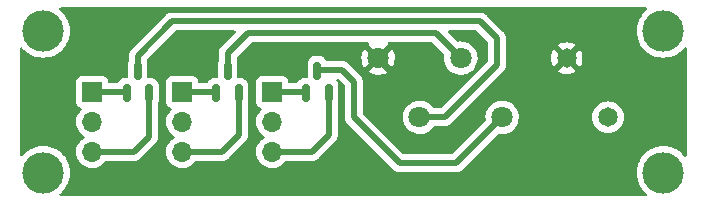
<source format=gbr>
%TF.GenerationSoftware,KiCad,Pcbnew,(6.0.8-1)-1*%
%TF.CreationDate,2024-02-23T21:37:44-06:00*%
%TF.ProjectId,RGB LED Interface,52474220-4c45-4442-9049-6e7465726661,rev?*%
%TF.SameCoordinates,Original*%
%TF.FileFunction,Copper,L1,Top*%
%TF.FilePolarity,Positive*%
%FSLAX46Y46*%
G04 Gerber Fmt 4.6, Leading zero omitted, Abs format (unit mm)*
G04 Created by KiCad (PCBNEW (6.0.8-1)-1) date 2024-02-23 21:37:44*
%MOMM*%
%LPD*%
G01*
G04 APERTURE LIST*
G04 Aperture macros list*
%AMRoundRect*
0 Rectangle with rounded corners*
0 $1 Rounding radius*
0 $2 $3 $4 $5 $6 $7 $8 $9 X,Y pos of 4 corners*
0 Add a 4 corners polygon primitive as box body*
4,1,4,$2,$3,$4,$5,$6,$7,$8,$9,$2,$3,0*
0 Add four circle primitives for the rounded corners*
1,1,$1+$1,$2,$3*
1,1,$1+$1,$4,$5*
1,1,$1+$1,$6,$7*
1,1,$1+$1,$8,$9*
0 Add four rect primitives between the rounded corners*
20,1,$1+$1,$2,$3,$4,$5,0*
20,1,$1+$1,$4,$5,$6,$7,0*
20,1,$1+$1,$6,$7,$8,$9,0*
20,1,$1+$1,$8,$9,$2,$3,0*%
G04 Aperture macros list end*
%TA.AperFunction,ComponentPad*%
%ADD10C,1.800000*%
%TD*%
%TA.AperFunction,ComponentPad*%
%ADD11C,3.500000*%
%TD*%
%TA.AperFunction,ComponentPad*%
%ADD12R,1.700000X1.700000*%
%TD*%
%TA.AperFunction,ComponentPad*%
%ADD13O,1.700000X1.700000*%
%TD*%
%TA.AperFunction,ComponentPad*%
%ADD14C,1.650000*%
%TD*%
%TA.AperFunction,SMDPad,CuDef*%
%ADD15RoundRect,0.150000X0.150000X-0.587500X0.150000X0.587500X-0.150000X0.587500X-0.150000X-0.587500X0*%
%TD*%
%TA.AperFunction,Conductor*%
%ADD16C,0.500000*%
%TD*%
G04 APERTURE END LIST*
D10*
%TO.P,X1,1,A*%
%TO.N,+BATT*%
X128350000Y-70805000D03*
%TO.P,X1,2,B*%
%TO.N,/RED_LED_A*%
X131850000Y-75805000D03*
%TO.P,X1,3,C*%
%TO.N,/GREEN_LED_A*%
X135350000Y-70805000D03*
%TO.P,X1,4,D*%
%TO.N,/BLUE_LED_A*%
X138850000Y-75805000D03*
%TD*%
D11*
%TO.P,H3,1,1*%
%TO.N,unconnected-(H3-Pad1)*%
X152500000Y-80500000D03*
%TD*%
D12*
%TO.P,J1,1,Pin_1*%
%TO.N,/RED*%
X104140000Y-73660000D03*
D13*
%TO.P,J1,2,Pin_2*%
%TO.N,unconnected-(J1-Pad2)*%
X104140000Y-76200000D03*
%TO.P,J1,3,Pin_3*%
%TO.N,GND*%
X104140000Y-78740000D03*
%TD*%
D12*
%TO.P,J2,1,Pin_1*%
%TO.N,/GREEN*%
X111760000Y-73660000D03*
D13*
%TO.P,J2,2,Pin_2*%
%TO.N,unconnected-(J2-Pad2)*%
X111760000Y-76200000D03*
%TO.P,J2,3,Pin_3*%
%TO.N,GND*%
X111760000Y-78740000D03*
%TD*%
D12*
%TO.P,J3,1,Pin_1*%
%TO.N,/BLUE*%
X119380000Y-73660000D03*
D13*
%TO.P,J3,2,Pin_2*%
%TO.N,unconnected-(J3-Pad2)*%
X119380000Y-76200000D03*
%TO.P,J3,3,Pin_3*%
%TO.N,GND*%
X119380000Y-78740000D03*
%TD*%
D14*
%TO.P,J4,1,1*%
%TO.N,+BATT*%
X144313000Y-70800000D03*
%TO.P,J4,2,2*%
%TO.N,GND*%
X147813000Y-75800000D03*
%TD*%
D11*
%TO.P,H4,1,1*%
%TO.N,unconnected-(H4-Pad1)*%
X152500000Y-68500000D03*
%TD*%
D15*
%TO.P,Q3,1,G*%
%TO.N,/BLUE*%
X122250000Y-73737500D03*
%TO.P,Q3,2,S*%
%TO.N,GND*%
X124150000Y-73737500D03*
%TO.P,Q3,3,D*%
%TO.N,/BLUE_LED_A*%
X123200000Y-71862500D03*
%TD*%
D11*
%TO.P,H1,1,1*%
%TO.N,unconnected-(H1-Pad1)*%
X100000000Y-68500000D03*
%TD*%
D15*
%TO.P,Q2,1,G*%
%TO.N,/GREEN*%
X114650000Y-73737500D03*
%TO.P,Q2,2,S*%
%TO.N,GND*%
X116550000Y-73737500D03*
%TO.P,Q2,3,D*%
%TO.N,/GREEN_LED_A*%
X115600000Y-71862500D03*
%TD*%
D11*
%TO.P,H2,1,1*%
%TO.N,unconnected-(H2-Pad1)*%
X100000000Y-80500000D03*
%TD*%
D15*
%TO.P,Q1,1,G*%
%TO.N,/RED*%
X107050000Y-73737500D03*
%TO.P,Q1,2,S*%
%TO.N,GND*%
X108950000Y-73737500D03*
%TO.P,Q1,3,D*%
%TO.N,/RED_LED_A*%
X108000000Y-71862500D03*
%TD*%
D16*
%TO.N,/RED*%
X104140000Y-73660000D02*
X106972500Y-73660000D01*
X106972500Y-73660000D02*
X107050000Y-73737500D01*
%TO.N,GND*%
X124150000Y-73737500D02*
X124150000Y-77350000D01*
X115160000Y-78740000D02*
X111760000Y-78740000D01*
X116550000Y-77350000D02*
X115160000Y-78740000D01*
X108950000Y-77450000D02*
X107660000Y-78740000D01*
X124150000Y-77350000D02*
X122760000Y-78740000D01*
X122760000Y-78740000D02*
X119380000Y-78740000D01*
X107660000Y-78740000D02*
X104140000Y-78740000D01*
X108950000Y-73737500D02*
X108950000Y-77450000D01*
X116550000Y-73737500D02*
X116550000Y-77350000D01*
%TO.N,/GREEN*%
X111760000Y-73660000D02*
X114572500Y-73660000D01*
X114572500Y-73660000D02*
X114650000Y-73737500D01*
%TO.N,/BLUE*%
X119380000Y-73660000D02*
X122172500Y-73660000D01*
X122172500Y-73660000D02*
X122250000Y-73737500D01*
%TO.N,/RED_LED_A*%
X138400000Y-69100000D02*
X137000000Y-67700000D01*
X131850000Y-75805000D02*
X133995000Y-75805000D01*
X133995000Y-75805000D02*
X138400000Y-71400000D01*
X108000000Y-70600000D02*
X108000000Y-71862500D01*
X137000000Y-67700000D02*
X110900000Y-67700000D01*
X110900000Y-67700000D02*
X108000000Y-70600000D01*
X138400000Y-71400000D02*
X138400000Y-69100000D01*
%TO.N,/GREEN_LED_A*%
X133245000Y-68700000D02*
X117300000Y-68700000D01*
X115600000Y-70400000D02*
X115600000Y-71862500D01*
X135350000Y-70805000D02*
X133245000Y-68700000D01*
X117300000Y-68700000D02*
X115600000Y-70400000D01*
%TO.N,/BLUE_LED_A*%
X130200000Y-79700000D02*
X126300000Y-75800000D01*
X123262500Y-71800000D02*
X123200000Y-71862500D01*
X126300000Y-75800000D02*
X126300000Y-72800000D01*
X134955000Y-79700000D02*
X130200000Y-79700000D01*
X138850000Y-75805000D02*
X134955000Y-79700000D01*
X125300000Y-71800000D02*
X123262500Y-71800000D01*
X126300000Y-72800000D02*
X125300000Y-71800000D01*
%TD*%
%TA.AperFunction,Conductor*%
%TO.N,+BATT*%
G36*
X151078852Y-66528502D02*
G01*
X151125345Y-66582158D01*
X151135449Y-66652432D01*
X151105955Y-66717012D01*
X151093809Y-66729232D01*
X150899573Y-66899573D01*
X150896864Y-66902662D01*
X150707085Y-67119062D01*
X150707081Y-67119068D01*
X150704367Y-67122162D01*
X150702078Y-67125588D01*
X150702074Y-67125593D01*
X150649454Y-67204345D01*
X150539885Y-67368327D01*
X150408941Y-67633855D01*
X150313776Y-67914203D01*
X150256017Y-68204574D01*
X150236654Y-68500000D01*
X150236924Y-68504119D01*
X150255144Y-68782101D01*
X150256017Y-68795426D01*
X150256819Y-68799459D01*
X150256820Y-68799465D01*
X150312970Y-69081747D01*
X150313776Y-69085797D01*
X150315103Y-69089706D01*
X150315104Y-69089710D01*
X150338129Y-69157540D01*
X150408941Y-69366145D01*
X150455905Y-69461379D01*
X150536750Y-69625315D01*
X150539885Y-69631673D01*
X150556671Y-69656795D01*
X150695489Y-69864551D01*
X150704367Y-69877838D01*
X150707081Y-69880932D01*
X150707085Y-69880938D01*
X150864595Y-70060542D01*
X150899573Y-70100427D01*
X150902662Y-70103136D01*
X151119062Y-70292915D01*
X151119068Y-70292919D01*
X151122162Y-70295633D01*
X151125588Y-70297922D01*
X151125593Y-70297926D01*
X151227643Y-70366113D01*
X151368327Y-70460115D01*
X151372026Y-70461939D01*
X151372031Y-70461942D01*
X151471947Y-70511215D01*
X151633855Y-70591059D01*
X151637760Y-70592384D01*
X151637761Y-70592385D01*
X151910290Y-70684896D01*
X151910294Y-70684897D01*
X151914203Y-70686224D01*
X151918247Y-70687028D01*
X151918253Y-70687030D01*
X152200535Y-70743180D01*
X152200541Y-70743181D01*
X152204574Y-70743983D01*
X152208679Y-70744252D01*
X152208686Y-70744253D01*
X152495881Y-70763076D01*
X152500000Y-70763346D01*
X152504119Y-70763076D01*
X152791314Y-70744253D01*
X152791321Y-70744252D01*
X152795426Y-70743983D01*
X152799459Y-70743181D01*
X152799465Y-70743180D01*
X153081747Y-70687030D01*
X153081753Y-70687028D01*
X153085797Y-70686224D01*
X153089706Y-70684897D01*
X153089710Y-70684896D01*
X153362239Y-70592385D01*
X153362240Y-70592384D01*
X153366145Y-70591059D01*
X153528053Y-70511215D01*
X153627969Y-70461942D01*
X153627974Y-70461939D01*
X153631673Y-70460115D01*
X153772357Y-70366113D01*
X153874407Y-70297926D01*
X153874412Y-70297922D01*
X153877838Y-70295633D01*
X153880932Y-70292919D01*
X153880938Y-70292915D01*
X154097338Y-70103136D01*
X154100427Y-70100427D01*
X154270768Y-69906191D01*
X154330722Y-69868164D01*
X154401717Y-69868586D01*
X154461214Y-69907325D01*
X154490322Y-69972080D01*
X154491500Y-69989269D01*
X154491500Y-79010731D01*
X154471498Y-79078852D01*
X154417842Y-79125345D01*
X154347568Y-79135449D01*
X154282988Y-79105955D01*
X154270768Y-79093809D01*
X154103136Y-78902662D01*
X154100427Y-78899573D01*
X154097338Y-78896864D01*
X153880938Y-78707085D01*
X153880932Y-78707081D01*
X153877838Y-78704367D01*
X153874412Y-78702078D01*
X153874407Y-78702074D01*
X153635106Y-78542179D01*
X153631673Y-78539885D01*
X153627974Y-78538061D01*
X153627969Y-78538058D01*
X153491687Y-78470852D01*
X153366145Y-78408941D01*
X153362239Y-78407615D01*
X153089710Y-78315104D01*
X153089706Y-78315103D01*
X153085797Y-78313776D01*
X153081753Y-78312972D01*
X153081747Y-78312970D01*
X152799465Y-78256820D01*
X152799459Y-78256819D01*
X152795426Y-78256017D01*
X152791321Y-78255748D01*
X152791314Y-78255747D01*
X152504119Y-78236924D01*
X152500000Y-78236654D01*
X152495881Y-78236924D01*
X152208686Y-78255747D01*
X152208679Y-78255748D01*
X152204574Y-78256017D01*
X152200541Y-78256819D01*
X152200535Y-78256820D01*
X151918253Y-78312970D01*
X151918247Y-78312972D01*
X151914203Y-78313776D01*
X151910294Y-78315103D01*
X151910290Y-78315104D01*
X151637761Y-78407615D01*
X151633855Y-78408941D01*
X151508313Y-78470852D01*
X151372031Y-78538058D01*
X151372026Y-78538061D01*
X151368327Y-78539885D01*
X151364894Y-78542179D01*
X151125593Y-78702074D01*
X151125588Y-78702078D01*
X151122162Y-78704367D01*
X151119068Y-78707081D01*
X151119062Y-78707085D01*
X150902662Y-78896864D01*
X150899573Y-78899573D01*
X150896864Y-78902662D01*
X150707085Y-79119062D01*
X150707081Y-79119068D01*
X150704367Y-79122162D01*
X150702078Y-79125588D01*
X150702074Y-79125593D01*
X150606653Y-79268402D01*
X150539885Y-79368327D01*
X150538061Y-79372026D01*
X150538058Y-79372031D01*
X150480445Y-79488860D01*
X150408941Y-79633855D01*
X150407616Y-79637760D01*
X150407615Y-79637761D01*
X150332433Y-79859242D01*
X150313776Y-79914203D01*
X150312972Y-79918247D01*
X150312970Y-79918253D01*
X150259133Y-80188911D01*
X150256017Y-80204574D01*
X150255748Y-80208679D01*
X150255747Y-80208686D01*
X150240378Y-80443182D01*
X150236654Y-80500000D01*
X150256017Y-80795426D01*
X150313776Y-81085797D01*
X150408941Y-81366145D01*
X150539885Y-81631673D01*
X150542179Y-81635106D01*
X150695489Y-81864551D01*
X150704367Y-81877838D01*
X150707081Y-81880932D01*
X150707085Y-81880938D01*
X150896864Y-82097338D01*
X150899573Y-82100427D01*
X150902662Y-82103136D01*
X151093809Y-82270768D01*
X151131836Y-82330722D01*
X151131414Y-82401717D01*
X151092675Y-82461214D01*
X151027920Y-82490322D01*
X151010731Y-82491500D01*
X101489269Y-82491500D01*
X101421148Y-82471498D01*
X101374655Y-82417842D01*
X101364551Y-82347568D01*
X101394045Y-82282988D01*
X101406191Y-82270768D01*
X101597338Y-82103136D01*
X101600427Y-82100427D01*
X101603136Y-82097338D01*
X101792915Y-81880938D01*
X101792919Y-81880932D01*
X101795633Y-81877838D01*
X101804512Y-81864551D01*
X101957821Y-81635106D01*
X101960115Y-81631673D01*
X102091059Y-81366145D01*
X102186224Y-81085797D01*
X102243983Y-80795426D01*
X102263346Y-80500000D01*
X102259622Y-80443182D01*
X102244253Y-80208686D01*
X102244252Y-80208679D01*
X102243983Y-80204574D01*
X102240868Y-80188911D01*
X102187030Y-79918253D01*
X102187028Y-79918247D01*
X102186224Y-79914203D01*
X102167568Y-79859242D01*
X102092385Y-79637761D01*
X102092384Y-79637760D01*
X102091059Y-79633855D01*
X102019555Y-79488860D01*
X101961942Y-79372031D01*
X101961939Y-79372026D01*
X101960115Y-79368327D01*
X101893347Y-79268402D01*
X101797926Y-79125593D01*
X101797922Y-79125588D01*
X101795633Y-79122162D01*
X101792919Y-79119068D01*
X101792915Y-79119062D01*
X101603136Y-78902662D01*
X101600427Y-78899573D01*
X101597338Y-78896864D01*
X101380938Y-78707085D01*
X101380932Y-78707081D01*
X101380492Y-78706695D01*
X102777251Y-78706695D01*
X102790110Y-78929715D01*
X102791247Y-78934761D01*
X102791248Y-78934767D01*
X102808368Y-79010731D01*
X102839222Y-79147639D01*
X102888752Y-79269617D01*
X102916876Y-79338878D01*
X102923266Y-79354616D01*
X102939808Y-79381610D01*
X103005895Y-79489454D01*
X103039987Y-79545088D01*
X103186250Y-79713938D01*
X103358126Y-79856632D01*
X103551000Y-79969338D01*
X103759692Y-80049030D01*
X103764760Y-80050061D01*
X103764763Y-80050062D01*
X103872017Y-80071883D01*
X103978597Y-80093567D01*
X103983772Y-80093757D01*
X103983774Y-80093757D01*
X104196673Y-80101564D01*
X104196677Y-80101564D01*
X104201837Y-80101753D01*
X104206957Y-80101097D01*
X104206959Y-80101097D01*
X104418288Y-80074025D01*
X104418289Y-80074025D01*
X104423416Y-80073368D01*
X104428366Y-80071883D01*
X104632429Y-80010661D01*
X104632434Y-80010659D01*
X104637384Y-80009174D01*
X104837994Y-79910896D01*
X105019860Y-79781173D01*
X105178096Y-79623489D01*
X105230203Y-79550974D01*
X105286198Y-79507326D01*
X105332526Y-79498500D01*
X107592930Y-79498500D01*
X107611880Y-79499933D01*
X107626115Y-79502099D01*
X107626119Y-79502099D01*
X107633349Y-79503199D01*
X107640641Y-79502606D01*
X107640644Y-79502606D01*
X107686018Y-79498915D01*
X107696233Y-79498500D01*
X107704293Y-79498500D01*
X107717583Y-79496951D01*
X107732507Y-79495211D01*
X107736882Y-79494778D01*
X107802339Y-79489454D01*
X107802342Y-79489453D01*
X107809637Y-79488860D01*
X107816601Y-79486604D01*
X107822560Y-79485413D01*
X107828415Y-79484029D01*
X107835681Y-79483182D01*
X107904327Y-79458265D01*
X107908455Y-79456848D01*
X107970936Y-79436607D01*
X107970938Y-79436606D01*
X107977899Y-79434351D01*
X107984154Y-79430555D01*
X107989628Y-79428049D01*
X107995058Y-79425330D01*
X108001937Y-79422833D01*
X108062976Y-79382814D01*
X108066680Y-79380477D01*
X108129107Y-79342595D01*
X108137484Y-79335197D01*
X108137508Y-79335224D01*
X108140500Y-79332571D01*
X108143733Y-79329868D01*
X108149852Y-79325856D01*
X108203128Y-79269617D01*
X108205506Y-79267175D01*
X109438911Y-78033770D01*
X109453323Y-78021384D01*
X109464918Y-78012851D01*
X109464923Y-78012846D01*
X109470818Y-78008508D01*
X109475557Y-78002930D01*
X109475560Y-78002927D01*
X109505035Y-77968232D01*
X109511965Y-77960716D01*
X109517660Y-77955021D01*
X109535281Y-77932749D01*
X109538072Y-77929345D01*
X109580591Y-77879297D01*
X109580592Y-77879295D01*
X109585333Y-77873715D01*
X109588661Y-77867199D01*
X109592020Y-77862162D01*
X109595194Y-77857023D01*
X109599734Y-77851284D01*
X109630636Y-77785163D01*
X109632569Y-77781209D01*
X109642485Y-77761789D01*
X109665769Y-77716192D01*
X109667510Y-77709076D01*
X109669604Y-77703446D01*
X109671523Y-77697679D01*
X109674621Y-77691050D01*
X109689483Y-77619600D01*
X109690453Y-77615315D01*
X109693075Y-77604598D01*
X109707808Y-77544390D01*
X109708500Y-77533236D01*
X109708536Y-77533238D01*
X109708775Y-77529248D01*
X109709150Y-77525050D01*
X109710640Y-77517885D01*
X109708546Y-77440496D01*
X109708500Y-77437088D01*
X109708500Y-74608754D01*
X109713503Y-74573602D01*
X109753767Y-74435011D01*
X109753768Y-74435007D01*
X109755562Y-74428831D01*
X109756376Y-74418500D01*
X109758307Y-74393958D01*
X109758307Y-74393950D01*
X109758500Y-74391502D01*
X109758500Y-73083498D01*
X109758307Y-73081042D01*
X109756067Y-73052579D01*
X109756066Y-73052574D01*
X109755562Y-73046169D01*
X109709145Y-72886399D01*
X109678088Y-72833885D01*
X109628491Y-72750020D01*
X109628489Y-72750017D01*
X109624453Y-72743193D01*
X109506807Y-72625547D01*
X109499983Y-72621511D01*
X109499980Y-72621509D01*
X109370427Y-72544892D01*
X109370428Y-72544892D01*
X109363601Y-72540855D01*
X109355990Y-72538644D01*
X109355988Y-72538643D01*
X109303769Y-72523472D01*
X109203831Y-72494438D01*
X109197426Y-72493934D01*
X109197421Y-72493933D01*
X109168958Y-72491693D01*
X109168950Y-72491693D01*
X109166502Y-72491500D01*
X108934500Y-72491500D01*
X108866379Y-72471498D01*
X108819886Y-72417842D01*
X108808500Y-72365500D01*
X108808500Y-71208498D01*
X108805562Y-71171169D01*
X108803768Y-71164993D01*
X108803767Y-71164989D01*
X108763503Y-71026398D01*
X108758500Y-70991246D01*
X108758500Y-70966371D01*
X108778502Y-70898250D01*
X108795405Y-70877276D01*
X111177276Y-68495405D01*
X111239588Y-68461379D01*
X111266371Y-68458500D01*
X116164629Y-68458500D01*
X116232750Y-68478502D01*
X116279243Y-68532158D01*
X116289347Y-68602432D01*
X116259853Y-68667012D01*
X116253724Y-68673595D01*
X115111089Y-69816230D01*
X115096677Y-69828616D01*
X115085082Y-69837149D01*
X115085077Y-69837154D01*
X115079182Y-69841492D01*
X115074443Y-69847070D01*
X115074440Y-69847073D01*
X115044965Y-69881768D01*
X115038035Y-69889284D01*
X115032340Y-69894979D01*
X115030060Y-69897861D01*
X115014719Y-69917251D01*
X115011928Y-69920655D01*
X114989539Y-69947009D01*
X114964667Y-69976285D01*
X114961339Y-69982801D01*
X114957972Y-69987850D01*
X114954805Y-69992979D01*
X114950266Y-69998716D01*
X114919345Y-70064875D01*
X114917442Y-70068769D01*
X114884231Y-70133808D01*
X114882492Y-70140916D01*
X114880393Y-70146559D01*
X114878476Y-70152322D01*
X114875378Y-70158950D01*
X114873888Y-70166112D01*
X114873888Y-70166113D01*
X114860514Y-70230412D01*
X114859544Y-70234696D01*
X114842192Y-70305610D01*
X114841500Y-70316764D01*
X114841464Y-70316762D01*
X114841225Y-70320755D01*
X114840851Y-70324947D01*
X114839360Y-70332115D01*
X114839558Y-70339432D01*
X114841454Y-70409521D01*
X114841500Y-70412928D01*
X114841500Y-70991246D01*
X114836497Y-71026398D01*
X114796233Y-71164989D01*
X114796232Y-71164993D01*
X114794438Y-71171169D01*
X114791500Y-71208498D01*
X114791500Y-72365500D01*
X114771498Y-72433621D01*
X114717842Y-72480114D01*
X114665500Y-72491500D01*
X114433498Y-72491500D01*
X114431050Y-72491693D01*
X114431042Y-72491693D01*
X114402579Y-72493933D01*
X114402574Y-72493934D01*
X114396169Y-72494438D01*
X114296231Y-72523472D01*
X114244012Y-72538643D01*
X114244010Y-72538644D01*
X114236399Y-72540855D01*
X114229572Y-72544892D01*
X114229573Y-72544892D01*
X114100020Y-72621509D01*
X114100017Y-72621511D01*
X114093193Y-72625547D01*
X113975547Y-72743193D01*
X113971511Y-72750017D01*
X113971509Y-72750020D01*
X113918509Y-72839639D01*
X113866617Y-72888092D01*
X113810056Y-72901500D01*
X113244500Y-72901500D01*
X113176379Y-72881498D01*
X113129886Y-72827842D01*
X113118500Y-72775500D01*
X113118500Y-72761866D01*
X113111745Y-72699684D01*
X113060615Y-72563295D01*
X112973261Y-72446739D01*
X112856705Y-72359385D01*
X112720316Y-72308255D01*
X112658134Y-72301500D01*
X110861866Y-72301500D01*
X110799684Y-72308255D01*
X110663295Y-72359385D01*
X110546739Y-72446739D01*
X110459385Y-72563295D01*
X110408255Y-72699684D01*
X110401500Y-72761866D01*
X110401500Y-74558134D01*
X110408255Y-74620316D01*
X110459385Y-74756705D01*
X110546739Y-74873261D01*
X110663295Y-74960615D01*
X110671704Y-74963767D01*
X110671705Y-74963768D01*
X110780451Y-75004535D01*
X110837216Y-75047176D01*
X110861916Y-75113738D01*
X110846709Y-75183087D01*
X110827316Y-75209568D01*
X110705356Y-75337192D01*
X110700629Y-75342138D01*
X110574743Y-75526680D01*
X110480688Y-75729305D01*
X110420989Y-75944570D01*
X110397251Y-76166695D01*
X110397548Y-76171848D01*
X110397548Y-76171851D01*
X110403639Y-76277484D01*
X110410110Y-76389715D01*
X110411247Y-76394761D01*
X110411248Y-76394767D01*
X110422674Y-76445467D01*
X110459222Y-76607639D01*
X110543266Y-76814616D01*
X110545965Y-76819020D01*
X110633327Y-76961582D01*
X110659987Y-77005088D01*
X110806250Y-77173938D01*
X110978126Y-77316632D01*
X111048595Y-77357811D01*
X111051445Y-77359476D01*
X111100169Y-77411114D01*
X111113240Y-77480897D01*
X111086509Y-77546669D01*
X111046055Y-77580027D01*
X111033607Y-77586507D01*
X111029474Y-77589610D01*
X111029471Y-77589612D01*
X110859100Y-77717530D01*
X110854965Y-77720635D01*
X110851393Y-77724373D01*
X110719719Y-77862162D01*
X110700629Y-77882138D01*
X110697715Y-77886410D01*
X110697714Y-77886411D01*
X110650912Y-77955021D01*
X110574743Y-78066680D01*
X110572564Y-78071375D01*
X110495719Y-78236924D01*
X110480688Y-78269305D01*
X110420989Y-78484570D01*
X110397251Y-78706695D01*
X110410110Y-78929715D01*
X110411247Y-78934761D01*
X110411248Y-78934767D01*
X110428368Y-79010731D01*
X110459222Y-79147639D01*
X110508752Y-79269617D01*
X110536876Y-79338878D01*
X110543266Y-79354616D01*
X110559808Y-79381610D01*
X110625895Y-79489454D01*
X110659987Y-79545088D01*
X110806250Y-79713938D01*
X110978126Y-79856632D01*
X111171000Y-79969338D01*
X111379692Y-80049030D01*
X111384760Y-80050061D01*
X111384763Y-80050062D01*
X111492017Y-80071883D01*
X111598597Y-80093567D01*
X111603772Y-80093757D01*
X111603774Y-80093757D01*
X111816673Y-80101564D01*
X111816677Y-80101564D01*
X111821837Y-80101753D01*
X111826957Y-80101097D01*
X111826959Y-80101097D01*
X112038288Y-80074025D01*
X112038289Y-80074025D01*
X112043416Y-80073368D01*
X112048366Y-80071883D01*
X112252429Y-80010661D01*
X112252434Y-80010659D01*
X112257384Y-80009174D01*
X112457994Y-79910896D01*
X112639860Y-79781173D01*
X112798096Y-79623489D01*
X112850203Y-79550974D01*
X112906198Y-79507326D01*
X112952526Y-79498500D01*
X115092930Y-79498500D01*
X115111880Y-79499933D01*
X115126115Y-79502099D01*
X115126119Y-79502099D01*
X115133349Y-79503199D01*
X115140641Y-79502606D01*
X115140644Y-79502606D01*
X115186018Y-79498915D01*
X115196233Y-79498500D01*
X115204293Y-79498500D01*
X115217583Y-79496951D01*
X115232507Y-79495211D01*
X115236882Y-79494778D01*
X115302339Y-79489454D01*
X115302342Y-79489453D01*
X115309637Y-79488860D01*
X115316601Y-79486604D01*
X115322560Y-79485413D01*
X115328415Y-79484029D01*
X115335681Y-79483182D01*
X115404327Y-79458265D01*
X115408455Y-79456848D01*
X115470936Y-79436607D01*
X115470938Y-79436606D01*
X115477899Y-79434351D01*
X115484154Y-79430555D01*
X115489628Y-79428049D01*
X115495058Y-79425330D01*
X115501937Y-79422833D01*
X115562976Y-79382814D01*
X115566680Y-79380477D01*
X115629107Y-79342595D01*
X115637484Y-79335197D01*
X115637508Y-79335224D01*
X115640500Y-79332571D01*
X115643733Y-79329868D01*
X115649852Y-79325856D01*
X115703128Y-79269617D01*
X115705506Y-79267175D01*
X116265986Y-78706695D01*
X118017251Y-78706695D01*
X118030110Y-78929715D01*
X118031247Y-78934761D01*
X118031248Y-78934767D01*
X118048368Y-79010731D01*
X118079222Y-79147639D01*
X118128752Y-79269617D01*
X118156876Y-79338878D01*
X118163266Y-79354616D01*
X118179808Y-79381610D01*
X118245895Y-79489454D01*
X118279987Y-79545088D01*
X118426250Y-79713938D01*
X118598126Y-79856632D01*
X118791000Y-79969338D01*
X118999692Y-80049030D01*
X119004760Y-80050061D01*
X119004763Y-80050062D01*
X119112017Y-80071883D01*
X119218597Y-80093567D01*
X119223772Y-80093757D01*
X119223774Y-80093757D01*
X119436673Y-80101564D01*
X119436677Y-80101564D01*
X119441837Y-80101753D01*
X119446957Y-80101097D01*
X119446959Y-80101097D01*
X119658288Y-80074025D01*
X119658289Y-80074025D01*
X119663416Y-80073368D01*
X119668366Y-80071883D01*
X119872429Y-80010661D01*
X119872434Y-80010659D01*
X119877384Y-80009174D01*
X120077994Y-79910896D01*
X120259860Y-79781173D01*
X120418096Y-79623489D01*
X120470203Y-79550974D01*
X120526198Y-79507326D01*
X120572526Y-79498500D01*
X122692930Y-79498500D01*
X122711880Y-79499933D01*
X122726115Y-79502099D01*
X122726119Y-79502099D01*
X122733349Y-79503199D01*
X122740641Y-79502606D01*
X122740644Y-79502606D01*
X122786018Y-79498915D01*
X122796233Y-79498500D01*
X122804293Y-79498500D01*
X122817583Y-79496951D01*
X122832507Y-79495211D01*
X122836882Y-79494778D01*
X122902339Y-79489454D01*
X122902342Y-79489453D01*
X122909637Y-79488860D01*
X122916601Y-79486604D01*
X122922560Y-79485413D01*
X122928415Y-79484029D01*
X122935681Y-79483182D01*
X123004327Y-79458265D01*
X123008455Y-79456848D01*
X123070936Y-79436607D01*
X123070938Y-79436606D01*
X123077899Y-79434351D01*
X123084154Y-79430555D01*
X123089628Y-79428049D01*
X123095058Y-79425330D01*
X123101937Y-79422833D01*
X123162976Y-79382814D01*
X123166680Y-79380477D01*
X123229107Y-79342595D01*
X123237484Y-79335197D01*
X123237508Y-79335224D01*
X123240500Y-79332571D01*
X123243733Y-79329868D01*
X123249852Y-79325856D01*
X123303128Y-79269617D01*
X123305506Y-79267175D01*
X124638911Y-77933770D01*
X124653323Y-77921384D01*
X124664918Y-77912851D01*
X124664923Y-77912846D01*
X124670818Y-77908508D01*
X124675557Y-77902930D01*
X124675560Y-77902927D01*
X124705035Y-77868232D01*
X124711965Y-77860716D01*
X124717660Y-77855021D01*
X124735281Y-77832749D01*
X124738072Y-77829345D01*
X124780591Y-77779297D01*
X124780592Y-77779295D01*
X124785333Y-77773715D01*
X124788661Y-77767199D01*
X124792028Y-77762150D01*
X124795195Y-77757021D01*
X124799734Y-77751284D01*
X124830655Y-77685125D01*
X124832561Y-77681225D01*
X124865769Y-77616192D01*
X124867508Y-77609083D01*
X124869604Y-77603449D01*
X124871523Y-77597679D01*
X124874622Y-77591050D01*
X124885494Y-77538785D01*
X124889490Y-77519571D01*
X124890461Y-77515282D01*
X124907808Y-77444390D01*
X124908500Y-77433236D01*
X124908535Y-77433238D01*
X124908775Y-77429266D01*
X124909152Y-77425045D01*
X124910641Y-77417885D01*
X124908546Y-77340458D01*
X124908500Y-77337050D01*
X124908500Y-74608754D01*
X124913503Y-74573602D01*
X124953767Y-74435011D01*
X124953768Y-74435007D01*
X124955562Y-74428831D01*
X124956376Y-74418500D01*
X124958307Y-74393958D01*
X124958307Y-74393950D01*
X124958500Y-74391502D01*
X124958500Y-73083498D01*
X124958307Y-73081042D01*
X124956067Y-73052579D01*
X124956066Y-73052574D01*
X124955562Y-73046169D01*
X124909145Y-72886399D01*
X124831289Y-72754752D01*
X124813829Y-72685936D01*
X124836346Y-72618605D01*
X124891690Y-72574135D01*
X124962291Y-72566647D01*
X125028837Y-72601518D01*
X125504595Y-73077276D01*
X125538621Y-73139588D01*
X125541500Y-73166371D01*
X125541500Y-75732930D01*
X125540067Y-75751880D01*
X125537962Y-75765720D01*
X125536801Y-75773349D01*
X125537394Y-75780641D01*
X125537394Y-75780644D01*
X125541085Y-75826018D01*
X125541500Y-75836233D01*
X125541500Y-75844293D01*
X125541925Y-75847937D01*
X125544789Y-75872507D01*
X125545222Y-75876882D01*
X125550323Y-75939588D01*
X125551140Y-75949637D01*
X125553396Y-75956601D01*
X125554587Y-75962560D01*
X125555971Y-75968415D01*
X125556818Y-75975681D01*
X125581735Y-76044327D01*
X125583152Y-76048455D01*
X125601040Y-76103671D01*
X125605649Y-76117899D01*
X125609445Y-76124154D01*
X125611951Y-76129628D01*
X125614670Y-76135058D01*
X125617167Y-76141937D01*
X125621180Y-76148057D01*
X125621180Y-76148058D01*
X125657186Y-76202976D01*
X125659523Y-76206680D01*
X125697405Y-76269107D01*
X125701121Y-76273315D01*
X125701122Y-76273316D01*
X125704803Y-76277484D01*
X125704776Y-76277508D01*
X125707429Y-76280500D01*
X125710132Y-76283733D01*
X125714144Y-76289852D01*
X125719456Y-76294884D01*
X125770383Y-76343128D01*
X125772825Y-76345506D01*
X129616230Y-80188911D01*
X129628616Y-80203323D01*
X129637149Y-80214918D01*
X129637154Y-80214923D01*
X129641492Y-80220818D01*
X129647070Y-80225557D01*
X129647073Y-80225560D01*
X129681768Y-80255035D01*
X129689284Y-80261965D01*
X129694979Y-80267660D01*
X129697861Y-80269940D01*
X129717251Y-80285281D01*
X129720655Y-80288072D01*
X129770703Y-80330591D01*
X129776285Y-80335333D01*
X129782801Y-80338661D01*
X129787850Y-80342028D01*
X129792979Y-80345195D01*
X129798716Y-80349734D01*
X129864875Y-80380655D01*
X129868769Y-80382558D01*
X129933808Y-80415769D01*
X129940916Y-80417508D01*
X129946559Y-80419607D01*
X129952322Y-80421524D01*
X129958950Y-80424622D01*
X129966112Y-80426112D01*
X129966113Y-80426112D01*
X130030412Y-80439486D01*
X130034696Y-80440456D01*
X130105610Y-80457808D01*
X130111212Y-80458156D01*
X130111215Y-80458156D01*
X130116764Y-80458500D01*
X130116762Y-80458536D01*
X130120755Y-80458775D01*
X130124947Y-80459149D01*
X130132115Y-80460640D01*
X130209520Y-80458546D01*
X130212928Y-80458500D01*
X134887930Y-80458500D01*
X134906880Y-80459933D01*
X134921115Y-80462099D01*
X134921119Y-80462099D01*
X134928349Y-80463199D01*
X134935641Y-80462606D01*
X134935644Y-80462606D01*
X134981018Y-80458915D01*
X134991233Y-80458500D01*
X134999293Y-80458500D01*
X135016680Y-80456473D01*
X135027507Y-80455211D01*
X135031882Y-80454778D01*
X135097339Y-80449454D01*
X135097342Y-80449453D01*
X135104637Y-80448860D01*
X135111601Y-80446604D01*
X135117560Y-80445413D01*
X135123415Y-80444029D01*
X135130681Y-80443182D01*
X135199327Y-80418265D01*
X135203455Y-80416848D01*
X135265936Y-80396607D01*
X135265938Y-80396606D01*
X135272899Y-80394351D01*
X135279154Y-80390555D01*
X135284628Y-80388049D01*
X135290058Y-80385330D01*
X135296937Y-80382833D01*
X135303058Y-80378820D01*
X135357976Y-80342814D01*
X135361680Y-80340477D01*
X135424107Y-80302595D01*
X135432484Y-80295197D01*
X135432508Y-80295224D01*
X135435500Y-80292571D01*
X135438733Y-80289868D01*
X135444852Y-80285856D01*
X135498128Y-80229617D01*
X135500506Y-80227175D01*
X138499040Y-77228641D01*
X138561352Y-77194615D01*
X138613256Y-77194266D01*
X138677585Y-77207354D01*
X138677593Y-77207355D01*
X138682656Y-77208385D01*
X138813324Y-77213176D01*
X138908949Y-77216683D01*
X138908953Y-77216683D01*
X138914113Y-77216872D01*
X138919233Y-77216216D01*
X138919235Y-77216216D01*
X138992270Y-77206860D01*
X139143847Y-77187442D01*
X139148795Y-77185957D01*
X139148802Y-77185956D01*
X139360747Y-77122369D01*
X139365690Y-77120886D01*
X139370324Y-77118616D01*
X139569049Y-77021262D01*
X139569052Y-77021260D01*
X139573684Y-77018991D01*
X139762243Y-76884494D01*
X139926303Y-76721005D01*
X140061458Y-76532917D01*
X140076933Y-76501607D01*
X140161784Y-76329922D01*
X140161785Y-76329920D01*
X140164078Y-76325280D01*
X140231408Y-76103671D01*
X140261640Y-75874041D01*
X140262367Y-75844293D01*
X140263245Y-75808365D01*
X140263245Y-75808361D01*
X140263327Y-75805000D01*
X140262916Y-75800000D01*
X146474406Y-75800000D01*
X146494742Y-76032444D01*
X146496166Y-76037757D01*
X146496166Y-76037759D01*
X146548328Y-76232428D01*
X146555133Y-76257826D01*
X146557455Y-76262806D01*
X146557456Y-76262808D01*
X146651418Y-76464310D01*
X146651421Y-76464315D01*
X146653744Y-76469297D01*
X146656900Y-76473804D01*
X146656901Y-76473806D01*
X146775808Y-76643622D01*
X146787578Y-76660432D01*
X146952568Y-76825422D01*
X146957076Y-76828579D01*
X146957079Y-76828581D01*
X147068041Y-76906277D01*
X147143703Y-76959256D01*
X147148685Y-76961579D01*
X147148690Y-76961582D01*
X147307892Y-77035819D01*
X147355174Y-77057867D01*
X147360482Y-77059289D01*
X147360484Y-77059290D01*
X147575241Y-77116834D01*
X147575243Y-77116834D01*
X147580556Y-77118258D01*
X147813000Y-77138594D01*
X148045444Y-77118258D01*
X148050757Y-77116834D01*
X148050759Y-77116834D01*
X148265516Y-77059290D01*
X148265518Y-77059289D01*
X148270826Y-77057867D01*
X148318108Y-77035819D01*
X148477310Y-76961582D01*
X148477315Y-76961579D01*
X148482297Y-76959256D01*
X148557959Y-76906277D01*
X148668921Y-76828581D01*
X148668924Y-76828579D01*
X148673432Y-76825422D01*
X148838422Y-76660432D01*
X148850193Y-76643622D01*
X148969099Y-76473806D01*
X148969100Y-76473804D01*
X148972256Y-76469297D01*
X148974579Y-76464315D01*
X148974582Y-76464310D01*
X149068544Y-76262808D01*
X149068545Y-76262806D01*
X149070867Y-76257826D01*
X149077673Y-76232428D01*
X149129834Y-76037759D01*
X149129834Y-76037757D01*
X149131258Y-76032444D01*
X149151594Y-75800000D01*
X149131258Y-75567556D01*
X149129834Y-75562241D01*
X149072290Y-75347484D01*
X149072289Y-75347482D01*
X149070867Y-75342174D01*
X149009032Y-75209568D01*
X148974582Y-75135690D01*
X148974579Y-75135685D01*
X148972256Y-75130703D01*
X148958871Y-75111587D01*
X148841581Y-74944079D01*
X148841579Y-74944076D01*
X148838422Y-74939568D01*
X148673432Y-74774578D01*
X148668924Y-74771421D01*
X148668921Y-74771419D01*
X148486806Y-74643901D01*
X148486804Y-74643900D01*
X148482297Y-74640744D01*
X148477315Y-74638421D01*
X148477310Y-74638418D01*
X148275808Y-74544456D01*
X148275806Y-74544455D01*
X148270826Y-74542133D01*
X148265518Y-74540711D01*
X148265516Y-74540710D01*
X148050759Y-74483166D01*
X148050757Y-74483166D01*
X148045444Y-74481742D01*
X147813000Y-74461406D01*
X147580556Y-74481742D01*
X147575243Y-74483166D01*
X147575241Y-74483166D01*
X147360484Y-74540710D01*
X147360482Y-74540711D01*
X147355174Y-74542133D01*
X147350194Y-74544455D01*
X147350192Y-74544456D01*
X147148690Y-74638418D01*
X147148685Y-74638421D01*
X147143703Y-74640744D01*
X147139196Y-74643900D01*
X147139194Y-74643901D01*
X146957079Y-74771419D01*
X146957076Y-74771421D01*
X146952568Y-74774578D01*
X146787578Y-74939568D01*
X146784421Y-74944076D01*
X146784419Y-74944079D01*
X146667129Y-75111587D01*
X146653744Y-75130703D01*
X146651421Y-75135685D01*
X146651418Y-75135690D01*
X146616968Y-75209568D01*
X146555133Y-75342174D01*
X146553711Y-75347482D01*
X146553710Y-75347484D01*
X146496166Y-75562241D01*
X146494742Y-75567556D01*
X146474406Y-75800000D01*
X140262916Y-75800000D01*
X140256718Y-75724610D01*
X140244773Y-75579318D01*
X140244772Y-75579312D01*
X140244349Y-75574167D01*
X140209048Y-75433629D01*
X140189184Y-75354544D01*
X140189183Y-75354540D01*
X140187925Y-75349533D01*
X140182559Y-75337192D01*
X140097630Y-75141868D01*
X140097628Y-75141865D01*
X140095570Y-75137131D01*
X139969764Y-74942665D01*
X139962012Y-74934145D01*
X139879844Y-74843844D01*
X139813887Y-74771358D01*
X139809836Y-74768159D01*
X139809832Y-74768155D01*
X139636177Y-74631011D01*
X139636172Y-74631008D01*
X139632123Y-74627810D01*
X139627607Y-74625317D01*
X139627604Y-74625315D01*
X139433879Y-74518373D01*
X139433875Y-74518371D01*
X139429355Y-74515876D01*
X139424486Y-74514152D01*
X139424482Y-74514150D01*
X139215903Y-74440288D01*
X139215899Y-74440287D01*
X139211028Y-74438562D01*
X139205935Y-74437655D01*
X139205932Y-74437654D01*
X138988095Y-74398851D01*
X138988089Y-74398850D01*
X138983006Y-74397945D01*
X138910096Y-74397054D01*
X138756581Y-74395179D01*
X138756579Y-74395179D01*
X138751411Y-74395116D01*
X138522464Y-74430150D01*
X138302314Y-74502106D01*
X138297726Y-74504494D01*
X138297722Y-74504496D01*
X138136158Y-74588601D01*
X138096872Y-74609052D01*
X138092739Y-74612155D01*
X138092736Y-74612157D01*
X137925907Y-74737416D01*
X137911655Y-74748117D01*
X137751639Y-74915564D01*
X137748725Y-74919836D01*
X137748724Y-74919837D01*
X137733152Y-74942665D01*
X137621119Y-75106899D01*
X137523602Y-75316981D01*
X137461707Y-75540169D01*
X137437095Y-75770469D01*
X137437392Y-75775622D01*
X137437392Y-75775625D01*
X137447133Y-75944570D01*
X137450427Y-76001697D01*
X137459112Y-76040234D01*
X137454576Y-76111083D01*
X137425290Y-76157029D01*
X134677724Y-78904595D01*
X134615412Y-78938621D01*
X134588629Y-78941500D01*
X130566371Y-78941500D01*
X130498250Y-78921498D01*
X130477276Y-78904595D01*
X127095405Y-75522724D01*
X127061379Y-75460412D01*
X127058500Y-75433629D01*
X127058500Y-72867070D01*
X127059933Y-72848120D01*
X127062099Y-72833885D01*
X127062099Y-72833881D01*
X127063199Y-72826651D01*
X127058915Y-72773982D01*
X127058500Y-72763767D01*
X127058500Y-72755707D01*
X127055209Y-72727480D01*
X127054778Y-72723121D01*
X127049454Y-72657662D01*
X127049453Y-72657659D01*
X127048860Y-72650364D01*
X127046604Y-72643400D01*
X127045417Y-72637461D01*
X127044030Y-72631590D01*
X127043182Y-72624319D01*
X127040686Y-72617443D01*
X127040684Y-72617434D01*
X127018275Y-72555702D01*
X127016865Y-72551598D01*
X126994352Y-72482101D01*
X126990556Y-72475846D01*
X126988057Y-72470387D01*
X126985329Y-72464939D01*
X126982833Y-72458063D01*
X126942805Y-72397010D01*
X126940481Y-72393327D01*
X126905500Y-72335680D01*
X126905499Y-72335679D01*
X126902595Y-72330893D01*
X126895198Y-72322517D01*
X126895225Y-72322493D01*
X126892570Y-72319499D01*
X126889868Y-72316268D01*
X126885856Y-72310148D01*
X126829617Y-72256872D01*
X126827175Y-72254494D01*
X126539087Y-71966406D01*
X127553423Y-71966406D01*
X127558704Y-71973461D01*
X127735080Y-72076527D01*
X127744363Y-72080974D01*
X127951003Y-72159883D01*
X127960901Y-72162759D01*
X128177653Y-72206857D01*
X128187883Y-72208076D01*
X128408914Y-72216182D01*
X128419223Y-72215714D01*
X128638623Y-72187608D01*
X128648688Y-72185468D01*
X128860557Y-72121905D01*
X128870152Y-72118144D01*
X129068778Y-72020838D01*
X129077636Y-72015559D01*
X129135097Y-71974572D01*
X129143497Y-71963874D01*
X129136510Y-71950721D01*
X128362811Y-71177021D01*
X128348868Y-71169408D01*
X128347034Y-71169539D01*
X128340420Y-71173790D01*
X127560180Y-71954031D01*
X127553423Y-71966406D01*
X126539087Y-71966406D01*
X125883770Y-71311089D01*
X125871384Y-71296677D01*
X125862851Y-71285082D01*
X125862846Y-71285077D01*
X125858508Y-71279182D01*
X125852930Y-71274443D01*
X125852927Y-71274440D01*
X125818232Y-71244965D01*
X125810716Y-71238035D01*
X125805021Y-71232340D01*
X125792710Y-71222600D01*
X125782749Y-71214719D01*
X125779345Y-71211928D01*
X125729297Y-71169409D01*
X125729295Y-71169408D01*
X125723715Y-71164667D01*
X125717199Y-71161339D01*
X125712150Y-71157972D01*
X125707021Y-71154805D01*
X125701284Y-71150266D01*
X125635125Y-71119345D01*
X125631225Y-71117439D01*
X125566192Y-71084231D01*
X125559084Y-71082492D01*
X125553441Y-71080393D01*
X125547678Y-71078476D01*
X125541050Y-71075378D01*
X125469583Y-71060513D01*
X125465299Y-71059543D01*
X125394390Y-71042192D01*
X125388788Y-71041844D01*
X125388785Y-71041844D01*
X125383236Y-71041500D01*
X125383238Y-71041464D01*
X125379245Y-71041225D01*
X125375053Y-71040851D01*
X125367885Y-71039360D01*
X125301675Y-71041151D01*
X125290479Y-71041454D01*
X125287072Y-71041500D01*
X124048815Y-71041500D01*
X123980694Y-71021498D01*
X123940362Y-70979639D01*
X123878491Y-70875020D01*
X123878489Y-70875017D01*
X123874453Y-70868193D01*
X123781898Y-70775638D01*
X126937893Y-70775638D01*
X126950627Y-70996468D01*
X126952061Y-71006670D01*
X127000685Y-71222439D01*
X127003773Y-71232292D01*
X127086986Y-71437220D01*
X127091634Y-71446421D01*
X127180097Y-71590781D01*
X127190553Y-71600242D01*
X127199331Y-71596458D01*
X127977979Y-70817811D01*
X127984356Y-70806132D01*
X128714408Y-70806132D01*
X128714539Y-70807966D01*
X128718790Y-70814580D01*
X129496307Y-71592096D01*
X129508313Y-71598652D01*
X129520052Y-71589684D01*
X129558010Y-71536859D01*
X129563321Y-71528020D01*
X129661318Y-71329737D01*
X129665117Y-71320142D01*
X129729415Y-71108517D01*
X129731594Y-71098436D01*
X129760702Y-70877338D01*
X129761221Y-70870663D01*
X129762744Y-70808364D01*
X129762550Y-70801646D01*
X129744279Y-70579400D01*
X129742596Y-70569238D01*
X129688710Y-70354708D01*
X129685389Y-70344953D01*
X129597193Y-70142118D01*
X129592315Y-70133020D01*
X129519224Y-70020038D01*
X129508538Y-70010835D01*
X129498973Y-70015238D01*
X128722021Y-70792189D01*
X128714408Y-70806132D01*
X127984356Y-70806132D01*
X127985592Y-70803868D01*
X127985461Y-70802034D01*
X127981210Y-70795420D01*
X127203862Y-70018073D01*
X127192330Y-70011776D01*
X127180048Y-70021399D01*
X127124467Y-70102877D01*
X127119379Y-70111833D01*
X127026252Y-70312459D01*
X127022689Y-70322146D01*
X126963581Y-70535280D01*
X126961650Y-70545400D01*
X126938145Y-70765349D01*
X126937893Y-70775638D01*
X123781898Y-70775638D01*
X123756807Y-70750547D01*
X123749983Y-70746511D01*
X123749980Y-70746509D01*
X123620427Y-70669892D01*
X123620428Y-70669892D01*
X123613601Y-70665855D01*
X123605990Y-70663644D01*
X123605988Y-70663643D01*
X123553769Y-70648472D01*
X123453831Y-70619438D01*
X123447426Y-70618934D01*
X123447421Y-70618933D01*
X123418958Y-70616693D01*
X123418950Y-70616693D01*
X123416502Y-70616500D01*
X122983498Y-70616500D01*
X122981050Y-70616693D01*
X122981042Y-70616693D01*
X122952579Y-70618933D01*
X122952574Y-70618934D01*
X122946169Y-70619438D01*
X122846231Y-70648472D01*
X122794012Y-70663643D01*
X122794010Y-70663644D01*
X122786399Y-70665855D01*
X122779572Y-70669892D01*
X122779573Y-70669892D01*
X122650020Y-70746509D01*
X122650017Y-70746511D01*
X122643193Y-70750547D01*
X122525547Y-70868193D01*
X122521511Y-70875017D01*
X122521509Y-70875020D01*
X122459638Y-70979639D01*
X122440855Y-71011399D01*
X122438644Y-71019010D01*
X122438643Y-71019012D01*
X122433222Y-71037672D01*
X122394438Y-71171169D01*
X122391500Y-71208498D01*
X122391500Y-72365500D01*
X122371498Y-72433621D01*
X122317842Y-72480114D01*
X122265500Y-72491500D01*
X122033498Y-72491500D01*
X122031050Y-72491693D01*
X122031042Y-72491693D01*
X122002579Y-72493933D01*
X122002574Y-72493934D01*
X121996169Y-72494438D01*
X121896231Y-72523472D01*
X121844012Y-72538643D01*
X121844010Y-72538644D01*
X121836399Y-72540855D01*
X121829572Y-72544892D01*
X121829573Y-72544892D01*
X121700020Y-72621509D01*
X121700017Y-72621511D01*
X121693193Y-72625547D01*
X121575547Y-72743193D01*
X121571511Y-72750017D01*
X121571509Y-72750020D01*
X121518509Y-72839639D01*
X121466617Y-72888092D01*
X121410056Y-72901500D01*
X120864500Y-72901500D01*
X120796379Y-72881498D01*
X120749886Y-72827842D01*
X120738500Y-72775500D01*
X120738500Y-72761866D01*
X120731745Y-72699684D01*
X120680615Y-72563295D01*
X120593261Y-72446739D01*
X120476705Y-72359385D01*
X120340316Y-72308255D01*
X120278134Y-72301500D01*
X118481866Y-72301500D01*
X118419684Y-72308255D01*
X118283295Y-72359385D01*
X118166739Y-72446739D01*
X118079385Y-72563295D01*
X118028255Y-72699684D01*
X118021500Y-72761866D01*
X118021500Y-74558134D01*
X118028255Y-74620316D01*
X118079385Y-74756705D01*
X118166739Y-74873261D01*
X118283295Y-74960615D01*
X118291704Y-74963767D01*
X118291705Y-74963768D01*
X118400451Y-75004535D01*
X118457216Y-75047176D01*
X118481916Y-75113738D01*
X118466709Y-75183087D01*
X118447316Y-75209568D01*
X118325356Y-75337192D01*
X118320629Y-75342138D01*
X118194743Y-75526680D01*
X118100688Y-75729305D01*
X118040989Y-75944570D01*
X118017251Y-76166695D01*
X118017548Y-76171848D01*
X118017548Y-76171851D01*
X118023639Y-76277484D01*
X118030110Y-76389715D01*
X118031247Y-76394761D01*
X118031248Y-76394767D01*
X118042674Y-76445467D01*
X118079222Y-76607639D01*
X118163266Y-76814616D01*
X118165965Y-76819020D01*
X118253327Y-76961582D01*
X118279987Y-77005088D01*
X118426250Y-77173938D01*
X118598126Y-77316632D01*
X118668595Y-77357811D01*
X118671445Y-77359476D01*
X118720169Y-77411114D01*
X118733240Y-77480897D01*
X118706509Y-77546669D01*
X118666055Y-77580027D01*
X118653607Y-77586507D01*
X118649474Y-77589610D01*
X118649471Y-77589612D01*
X118479100Y-77717530D01*
X118474965Y-77720635D01*
X118471393Y-77724373D01*
X118339719Y-77862162D01*
X118320629Y-77882138D01*
X118317715Y-77886410D01*
X118317714Y-77886411D01*
X118270912Y-77955021D01*
X118194743Y-78066680D01*
X118192564Y-78071375D01*
X118115719Y-78236924D01*
X118100688Y-78269305D01*
X118040989Y-78484570D01*
X118017251Y-78706695D01*
X116265986Y-78706695D01*
X117038911Y-77933770D01*
X117053323Y-77921384D01*
X117064918Y-77912851D01*
X117064923Y-77912846D01*
X117070818Y-77908508D01*
X117075557Y-77902930D01*
X117075560Y-77902927D01*
X117105035Y-77868232D01*
X117111965Y-77860716D01*
X117117660Y-77855021D01*
X117135281Y-77832749D01*
X117138072Y-77829345D01*
X117180591Y-77779297D01*
X117180592Y-77779295D01*
X117185333Y-77773715D01*
X117188661Y-77767199D01*
X117192028Y-77762150D01*
X117195195Y-77757021D01*
X117199734Y-77751284D01*
X117230655Y-77685125D01*
X117232561Y-77681225D01*
X117265769Y-77616192D01*
X117267508Y-77609083D01*
X117269604Y-77603449D01*
X117271523Y-77597679D01*
X117274622Y-77591050D01*
X117285494Y-77538785D01*
X117289490Y-77519571D01*
X117290461Y-77515282D01*
X117307808Y-77444390D01*
X117308500Y-77433236D01*
X117308535Y-77433238D01*
X117308775Y-77429266D01*
X117309152Y-77425045D01*
X117310641Y-77417885D01*
X117308546Y-77340458D01*
X117308500Y-77337050D01*
X117308500Y-74608754D01*
X117313503Y-74573602D01*
X117353767Y-74435011D01*
X117353768Y-74435007D01*
X117355562Y-74428831D01*
X117356376Y-74418500D01*
X117358307Y-74393958D01*
X117358307Y-74393950D01*
X117358500Y-74391502D01*
X117358500Y-73083498D01*
X117358307Y-73081042D01*
X117356067Y-73052579D01*
X117356066Y-73052574D01*
X117355562Y-73046169D01*
X117309145Y-72886399D01*
X117278088Y-72833885D01*
X117228491Y-72750020D01*
X117228489Y-72750017D01*
X117224453Y-72743193D01*
X117106807Y-72625547D01*
X117099983Y-72621511D01*
X117099980Y-72621509D01*
X116970427Y-72544892D01*
X116970428Y-72544892D01*
X116963601Y-72540855D01*
X116955990Y-72538644D01*
X116955988Y-72538643D01*
X116903769Y-72523472D01*
X116803831Y-72494438D01*
X116797426Y-72493934D01*
X116797421Y-72493933D01*
X116768958Y-72491693D01*
X116768950Y-72491693D01*
X116766502Y-72491500D01*
X116534500Y-72491500D01*
X116466379Y-72471498D01*
X116419886Y-72417842D01*
X116408500Y-72365500D01*
X116408500Y-71208498D01*
X116405562Y-71171169D01*
X116403768Y-71164993D01*
X116403767Y-71164989D01*
X116363503Y-71026398D01*
X116358500Y-70991246D01*
X116358500Y-70766371D01*
X116378502Y-70698250D01*
X116395405Y-70677276D01*
X117577276Y-69495405D01*
X117639588Y-69461379D01*
X117666371Y-69458500D01*
X127443968Y-69458500D01*
X127512089Y-69478502D01*
X127558582Y-69532158D01*
X127568686Y-69602432D01*
X127555328Y-69634745D01*
X127554667Y-69644174D01*
X127562251Y-69658040D01*
X128337189Y-70432979D01*
X128351132Y-70440592D01*
X128352966Y-70440461D01*
X128359580Y-70436210D01*
X129138994Y-69656795D01*
X129146605Y-69642857D01*
X129145487Y-69627234D01*
X129132813Y-69591864D01*
X129148800Y-69522690D01*
X129199647Y-69473141D01*
X129258598Y-69458500D01*
X132878629Y-69458500D01*
X132946750Y-69478502D01*
X132967724Y-69495405D01*
X133924017Y-70451698D01*
X133958043Y-70514010D01*
X133960209Y-70554182D01*
X133953044Y-70621233D01*
X133937095Y-70770469D01*
X133937392Y-70775622D01*
X133937392Y-70775625D01*
X133950129Y-70996529D01*
X133950427Y-71001697D01*
X133951564Y-71006743D01*
X133951565Y-71006749D01*
X133976511Y-71117439D01*
X134001346Y-71227642D01*
X134003288Y-71232424D01*
X134003289Y-71232428D01*
X134086447Y-71437220D01*
X134088484Y-71442237D01*
X134209501Y-71639719D01*
X134361147Y-71814784D01*
X134469837Y-71905020D01*
X134534264Y-71958508D01*
X134539349Y-71962730D01*
X134739322Y-72079584D01*
X134955694Y-72162209D01*
X134960760Y-72163240D01*
X134960761Y-72163240D01*
X135013846Y-72174040D01*
X135182656Y-72208385D01*
X135313324Y-72213176D01*
X135408949Y-72216683D01*
X135408953Y-72216683D01*
X135414113Y-72216872D01*
X135419233Y-72216216D01*
X135419235Y-72216216D01*
X135492291Y-72206857D01*
X135643847Y-72187442D01*
X135648795Y-72185957D01*
X135648802Y-72185956D01*
X135860747Y-72122369D01*
X135865690Y-72120886D01*
X135947161Y-72080974D01*
X136069049Y-72021262D01*
X136069052Y-72021260D01*
X136073684Y-72018991D01*
X136262243Y-71884494D01*
X136426303Y-71721005D01*
X136561458Y-71532917D01*
X136563879Y-71528020D01*
X136661784Y-71329922D01*
X136661785Y-71329920D01*
X136664078Y-71325280D01*
X136731408Y-71103671D01*
X136761640Y-70874041D01*
X136763327Y-70805000D01*
X136751887Y-70665855D01*
X136744773Y-70579318D01*
X136744772Y-70579312D01*
X136744349Y-70574167D01*
X136710797Y-70440592D01*
X136689184Y-70354544D01*
X136689183Y-70354540D01*
X136687925Y-70349533D01*
X136681088Y-70333808D01*
X136597630Y-70141868D01*
X136597628Y-70141865D01*
X136595570Y-70137131D01*
X136469764Y-69942665D01*
X136449737Y-69920655D01*
X136373752Y-69837149D01*
X136313887Y-69771358D01*
X136309836Y-69768159D01*
X136309832Y-69768155D01*
X136136177Y-69631011D01*
X136136172Y-69631008D01*
X136132123Y-69627810D01*
X136127607Y-69625317D01*
X136127604Y-69625315D01*
X135933879Y-69518373D01*
X135933875Y-69518371D01*
X135929355Y-69515876D01*
X135924486Y-69514152D01*
X135924482Y-69514150D01*
X135715903Y-69440288D01*
X135715899Y-69440287D01*
X135711028Y-69438562D01*
X135705935Y-69437655D01*
X135705932Y-69437654D01*
X135488095Y-69398851D01*
X135488089Y-69398850D01*
X135483006Y-69397945D01*
X135410096Y-69397054D01*
X135256581Y-69395179D01*
X135256579Y-69395179D01*
X135251411Y-69395116D01*
X135107515Y-69417135D01*
X135037152Y-69407667D01*
X134999361Y-69381680D01*
X134291276Y-68673595D01*
X134257250Y-68611283D01*
X134262315Y-68540468D01*
X134304862Y-68483632D01*
X134371382Y-68458821D01*
X134380371Y-68458500D01*
X136633629Y-68458500D01*
X136701750Y-68478502D01*
X136722724Y-68495405D01*
X137604595Y-69377276D01*
X137638621Y-69439588D01*
X137641500Y-69466371D01*
X137641500Y-71033629D01*
X137621498Y-71101750D01*
X137604595Y-71122724D01*
X133717724Y-75009595D01*
X133655412Y-75043621D01*
X133628629Y-75046500D01*
X133105493Y-75046500D01*
X133037372Y-75026498D01*
X132999701Y-74988941D01*
X132996057Y-74983307D01*
X132969764Y-74942665D01*
X132962012Y-74934145D01*
X132879844Y-74843844D01*
X132813887Y-74771358D01*
X132809836Y-74768159D01*
X132809832Y-74768155D01*
X132636177Y-74631011D01*
X132636172Y-74631008D01*
X132632123Y-74627810D01*
X132627607Y-74625317D01*
X132627604Y-74625315D01*
X132433879Y-74518373D01*
X132433875Y-74518371D01*
X132429355Y-74515876D01*
X132424486Y-74514152D01*
X132424482Y-74514150D01*
X132215903Y-74440288D01*
X132215899Y-74440287D01*
X132211028Y-74438562D01*
X132205935Y-74437655D01*
X132205932Y-74437654D01*
X131988095Y-74398851D01*
X131988089Y-74398850D01*
X131983006Y-74397945D01*
X131910096Y-74397054D01*
X131756581Y-74395179D01*
X131756579Y-74395179D01*
X131751411Y-74395116D01*
X131522464Y-74430150D01*
X131302314Y-74502106D01*
X131297726Y-74504494D01*
X131297722Y-74504496D01*
X131136158Y-74588601D01*
X131096872Y-74609052D01*
X131092739Y-74612155D01*
X131092736Y-74612157D01*
X130925907Y-74737416D01*
X130911655Y-74748117D01*
X130751639Y-74915564D01*
X130748725Y-74919836D01*
X130748724Y-74919837D01*
X130733152Y-74942665D01*
X130621119Y-75106899D01*
X130523602Y-75316981D01*
X130461707Y-75540169D01*
X130437095Y-75770469D01*
X130437392Y-75775622D01*
X130437392Y-75775625D01*
X130447133Y-75944570D01*
X130450427Y-76001697D01*
X130451564Y-76006743D01*
X130451565Y-76006749D01*
X130483411Y-76148058D01*
X130501346Y-76227642D01*
X130503288Y-76232424D01*
X130503289Y-76232428D01*
X130565463Y-76385544D01*
X130588484Y-76442237D01*
X130709501Y-76639719D01*
X130861147Y-76814784D01*
X130966292Y-76902077D01*
X131035165Y-76959256D01*
X131039349Y-76962730D01*
X131239322Y-77079584D01*
X131244147Y-77081426D01*
X131244148Y-77081427D01*
X131259101Y-77087137D01*
X131455694Y-77162209D01*
X131460760Y-77163240D01*
X131460761Y-77163240D01*
X131494140Y-77170031D01*
X131682656Y-77208385D01*
X131813324Y-77213176D01*
X131908949Y-77216683D01*
X131908953Y-77216683D01*
X131914113Y-77216872D01*
X131919233Y-77216216D01*
X131919235Y-77216216D01*
X131992270Y-77206860D01*
X132143847Y-77187442D01*
X132148795Y-77185957D01*
X132148802Y-77185956D01*
X132360747Y-77122369D01*
X132365690Y-77120886D01*
X132370324Y-77118616D01*
X132569049Y-77021262D01*
X132569052Y-77021260D01*
X132573684Y-77018991D01*
X132762243Y-76884494D01*
X132926303Y-76721005D01*
X133001777Y-76615973D01*
X133057770Y-76572326D01*
X133104098Y-76563500D01*
X133927930Y-76563500D01*
X133946880Y-76564933D01*
X133961115Y-76567099D01*
X133961119Y-76567099D01*
X133968349Y-76568199D01*
X133975641Y-76567606D01*
X133975644Y-76567606D01*
X134021018Y-76563915D01*
X134031233Y-76563500D01*
X134039293Y-76563500D01*
X134052583Y-76561951D01*
X134067507Y-76560211D01*
X134071882Y-76559778D01*
X134137339Y-76554454D01*
X134137342Y-76554453D01*
X134144637Y-76553860D01*
X134151601Y-76551604D01*
X134157560Y-76550413D01*
X134163415Y-76549029D01*
X134170681Y-76548182D01*
X134239327Y-76523265D01*
X134243455Y-76521848D01*
X134305936Y-76501607D01*
X134305938Y-76501606D01*
X134312899Y-76499351D01*
X134319154Y-76495555D01*
X134324628Y-76493049D01*
X134330058Y-76490330D01*
X134336937Y-76487833D01*
X134365209Y-76469297D01*
X134397976Y-76447814D01*
X134401680Y-76445477D01*
X134464107Y-76407595D01*
X134472484Y-76400197D01*
X134472508Y-76400224D01*
X134475500Y-76397571D01*
X134478733Y-76394868D01*
X134484852Y-76390856D01*
X134538128Y-76334617D01*
X134540506Y-76332175D01*
X138888911Y-71983770D01*
X138903323Y-71971384D01*
X138914918Y-71962851D01*
X138914923Y-71962846D01*
X138920818Y-71958508D01*
X138925557Y-71952930D01*
X138925560Y-71952927D01*
X138955035Y-71918232D01*
X138961965Y-71910716D01*
X138967661Y-71905020D01*
X138968458Y-71904013D01*
X143573542Y-71904013D01*
X143582838Y-71916028D01*
X143639446Y-71955665D01*
X143648941Y-71961148D01*
X143850364Y-72055072D01*
X143860656Y-72058818D01*
X144075328Y-72116339D01*
X144086123Y-72118242D01*
X144307525Y-72137613D01*
X144318475Y-72137613D01*
X144539877Y-72118242D01*
X144550672Y-72116339D01*
X144765344Y-72058818D01*
X144775636Y-72055072D01*
X144977059Y-71961148D01*
X144986554Y-71955665D01*
X145044000Y-71915441D01*
X145052375Y-71904964D01*
X145045307Y-71891517D01*
X144325812Y-71172022D01*
X144311868Y-71164408D01*
X144310035Y-71164539D01*
X144303420Y-71168790D01*
X143579972Y-71892238D01*
X143573542Y-71904013D01*
X138968458Y-71904013D01*
X138969924Y-71902159D01*
X138969929Y-71902154D01*
X138985293Y-71882734D01*
X138988082Y-71879333D01*
X138989743Y-71877378D01*
X139035333Y-71823715D01*
X139038659Y-71817202D01*
X139042020Y-71812163D01*
X139045196Y-71807021D01*
X139049734Y-71801284D01*
X139080655Y-71735125D01*
X139082561Y-71731225D01*
X139089923Y-71716808D01*
X139115769Y-71666192D01*
X139117508Y-71659083D01*
X139119604Y-71653449D01*
X139121523Y-71647679D01*
X139124622Y-71641050D01*
X139133898Y-71596458D01*
X139139490Y-71569571D01*
X139140461Y-71565282D01*
X139146780Y-71539458D01*
X139157808Y-71494390D01*
X139158500Y-71483236D01*
X139158535Y-71483238D01*
X139158775Y-71479266D01*
X139159152Y-71475045D01*
X139160641Y-71467885D01*
X139158546Y-71390458D01*
X139158500Y-71387050D01*
X139158500Y-70805475D01*
X142975387Y-70805475D01*
X142994758Y-71026877D01*
X142996661Y-71037672D01*
X143054182Y-71252344D01*
X143057928Y-71262636D01*
X143151852Y-71464059D01*
X143157335Y-71473554D01*
X143197559Y-71531000D01*
X143208036Y-71539375D01*
X143221483Y-71532307D01*
X143940978Y-70812812D01*
X143947356Y-70801132D01*
X144677408Y-70801132D01*
X144677539Y-70802965D01*
X144681790Y-70809580D01*
X145405238Y-71533028D01*
X145417013Y-71539458D01*
X145429028Y-71530162D01*
X145468665Y-71473554D01*
X145474148Y-71464059D01*
X145568072Y-71262636D01*
X145571818Y-71252344D01*
X145629339Y-71037672D01*
X145631242Y-71026877D01*
X145650613Y-70805475D01*
X145650613Y-70794525D01*
X145631242Y-70573121D01*
X145629339Y-70562328D01*
X145571818Y-70347656D01*
X145568072Y-70337364D01*
X145474148Y-70135941D01*
X145468665Y-70126446D01*
X145428441Y-70069000D01*
X145417964Y-70060625D01*
X145404517Y-70067693D01*
X144685022Y-70787188D01*
X144677408Y-70801132D01*
X143947356Y-70801132D01*
X143948592Y-70798868D01*
X143948461Y-70797035D01*
X143944210Y-70790420D01*
X143220762Y-70066972D01*
X143208987Y-70060542D01*
X143196972Y-70069838D01*
X143157335Y-70126446D01*
X143151852Y-70135941D01*
X143057928Y-70337364D01*
X143054182Y-70347656D01*
X142996661Y-70562328D01*
X142994758Y-70573121D01*
X142975387Y-70794525D01*
X142975387Y-70805475D01*
X139158500Y-70805475D01*
X139158500Y-69695036D01*
X143573625Y-69695036D01*
X143580693Y-69708483D01*
X144300188Y-70427978D01*
X144314132Y-70435592D01*
X144315965Y-70435461D01*
X144322580Y-70431210D01*
X145046028Y-69707762D01*
X145052458Y-69695987D01*
X145043162Y-69683972D01*
X144986554Y-69644335D01*
X144977059Y-69638852D01*
X144775636Y-69544928D01*
X144765344Y-69541182D01*
X144550672Y-69483661D01*
X144539877Y-69481758D01*
X144318475Y-69462387D01*
X144307525Y-69462387D01*
X144086123Y-69481758D01*
X144075328Y-69483661D01*
X143860656Y-69541182D01*
X143850364Y-69544928D01*
X143648941Y-69638852D01*
X143639446Y-69644335D01*
X143582000Y-69684559D01*
X143573625Y-69695036D01*
X139158500Y-69695036D01*
X139158500Y-69167070D01*
X139159933Y-69148120D01*
X139162099Y-69133885D01*
X139162099Y-69133881D01*
X139163199Y-69126651D01*
X139158915Y-69073982D01*
X139158500Y-69063767D01*
X139158500Y-69055707D01*
X139155211Y-69027493D01*
X139154778Y-69023118D01*
X139149454Y-68957661D01*
X139149453Y-68957658D01*
X139148860Y-68950363D01*
X139146604Y-68943399D01*
X139145413Y-68937440D01*
X139144029Y-68931585D01*
X139143182Y-68924319D01*
X139118265Y-68855673D01*
X139116848Y-68851545D01*
X139096607Y-68789064D01*
X139096606Y-68789062D01*
X139094351Y-68782101D01*
X139090555Y-68775846D01*
X139088049Y-68770372D01*
X139085330Y-68764942D01*
X139082833Y-68758063D01*
X139042814Y-68697024D01*
X139040467Y-68693305D01*
X139024512Y-68667012D01*
X139002595Y-68630893D01*
X138995197Y-68622516D01*
X138995224Y-68622492D01*
X138992571Y-68619500D01*
X138989868Y-68616267D01*
X138985856Y-68610148D01*
X138929617Y-68556872D01*
X138927175Y-68554494D01*
X137583770Y-67211089D01*
X137571384Y-67196677D01*
X137562851Y-67185082D01*
X137562846Y-67185077D01*
X137558508Y-67179182D01*
X137552930Y-67174443D01*
X137552927Y-67174440D01*
X137518232Y-67144965D01*
X137510716Y-67138035D01*
X137505021Y-67132340D01*
X137496493Y-67125593D01*
X137482749Y-67114719D01*
X137479345Y-67111928D01*
X137429297Y-67069409D01*
X137429295Y-67069408D01*
X137423715Y-67064667D01*
X137417199Y-67061339D01*
X137412150Y-67057972D01*
X137407021Y-67054805D01*
X137401284Y-67050266D01*
X137335125Y-67019345D01*
X137331225Y-67017439D01*
X137266192Y-66984231D01*
X137259084Y-66982492D01*
X137253441Y-66980393D01*
X137247678Y-66978476D01*
X137241050Y-66975378D01*
X137169583Y-66960513D01*
X137165299Y-66959543D01*
X137130958Y-66951140D01*
X137094390Y-66942192D01*
X137088788Y-66941844D01*
X137088785Y-66941844D01*
X137083236Y-66941500D01*
X137083238Y-66941464D01*
X137079245Y-66941225D01*
X137075053Y-66940851D01*
X137067885Y-66939360D01*
X137004120Y-66941085D01*
X136990479Y-66941454D01*
X136987072Y-66941500D01*
X110967063Y-66941500D01*
X110948114Y-66940067D01*
X110947907Y-66940036D01*
X110926651Y-66936802D01*
X110919359Y-66937395D01*
X110919356Y-66937395D01*
X110873991Y-66941085D01*
X110863777Y-66941500D01*
X110855707Y-66941500D01*
X110852087Y-66941922D01*
X110852069Y-66941923D01*
X110827461Y-66944792D01*
X110823100Y-66945224D01*
X110797981Y-66947267D01*
X110757661Y-66950546D01*
X110757658Y-66950547D01*
X110750363Y-66951140D01*
X110743399Y-66953396D01*
X110737440Y-66954587D01*
X110731585Y-66955971D01*
X110724319Y-66956818D01*
X110655673Y-66981735D01*
X110651545Y-66983152D01*
X110589064Y-67003393D01*
X110589062Y-67003394D01*
X110582101Y-67005649D01*
X110575846Y-67009445D01*
X110570372Y-67011951D01*
X110564942Y-67014670D01*
X110558063Y-67017167D01*
X110497016Y-67057191D01*
X110493327Y-67059518D01*
X110484843Y-67064667D01*
X110435693Y-67094491D01*
X110435688Y-67094495D01*
X110430892Y-67097405D01*
X110422516Y-67104803D01*
X110422493Y-67104777D01*
X110419503Y-67107426D01*
X110416264Y-67110134D01*
X110410148Y-67114144D01*
X110405121Y-67119451D01*
X110405117Y-67119454D01*
X110356872Y-67170383D01*
X110354494Y-67172825D01*
X107511089Y-70016230D01*
X107496677Y-70028616D01*
X107485082Y-70037149D01*
X107485077Y-70037154D01*
X107479182Y-70041492D01*
X107474443Y-70047070D01*
X107474440Y-70047073D01*
X107444965Y-70081768D01*
X107438035Y-70089284D01*
X107432340Y-70094979D01*
X107430060Y-70097861D01*
X107414719Y-70117251D01*
X107411928Y-70120655D01*
X107379394Y-70158950D01*
X107364667Y-70176285D01*
X107361339Y-70182801D01*
X107357972Y-70187850D01*
X107354805Y-70192979D01*
X107350266Y-70198716D01*
X107319345Y-70264875D01*
X107317442Y-70268769D01*
X107284231Y-70333808D01*
X107282492Y-70340916D01*
X107280393Y-70346559D01*
X107278476Y-70352322D01*
X107275378Y-70358950D01*
X107273888Y-70366112D01*
X107273888Y-70366113D01*
X107260514Y-70430412D01*
X107259544Y-70434696D01*
X107242192Y-70505610D01*
X107241500Y-70516764D01*
X107241464Y-70516762D01*
X107241225Y-70520755D01*
X107240851Y-70524947D01*
X107239360Y-70532115D01*
X107239558Y-70539432D01*
X107241454Y-70609521D01*
X107241500Y-70612928D01*
X107241500Y-70991246D01*
X107236497Y-71026398D01*
X107196233Y-71164989D01*
X107196232Y-71164993D01*
X107194438Y-71171169D01*
X107191500Y-71208498D01*
X107191500Y-72365500D01*
X107171498Y-72433621D01*
X107117842Y-72480114D01*
X107065500Y-72491500D01*
X106833498Y-72491500D01*
X106831050Y-72491693D01*
X106831042Y-72491693D01*
X106802579Y-72493933D01*
X106802574Y-72493934D01*
X106796169Y-72494438D01*
X106696231Y-72523472D01*
X106644012Y-72538643D01*
X106644010Y-72538644D01*
X106636399Y-72540855D01*
X106629572Y-72544892D01*
X106629573Y-72544892D01*
X106500020Y-72621509D01*
X106500017Y-72621511D01*
X106493193Y-72625547D01*
X106375547Y-72743193D01*
X106371511Y-72750017D01*
X106371509Y-72750020D01*
X106318509Y-72839639D01*
X106266617Y-72888092D01*
X106210056Y-72901500D01*
X105624500Y-72901500D01*
X105556379Y-72881498D01*
X105509886Y-72827842D01*
X105498500Y-72775500D01*
X105498500Y-72761866D01*
X105491745Y-72699684D01*
X105440615Y-72563295D01*
X105353261Y-72446739D01*
X105236705Y-72359385D01*
X105100316Y-72308255D01*
X105038134Y-72301500D01*
X103241866Y-72301500D01*
X103179684Y-72308255D01*
X103043295Y-72359385D01*
X102926739Y-72446739D01*
X102839385Y-72563295D01*
X102788255Y-72699684D01*
X102781500Y-72761866D01*
X102781500Y-74558134D01*
X102788255Y-74620316D01*
X102839385Y-74756705D01*
X102926739Y-74873261D01*
X103043295Y-74960615D01*
X103051704Y-74963767D01*
X103051705Y-74963768D01*
X103160451Y-75004535D01*
X103217216Y-75047176D01*
X103241916Y-75113738D01*
X103226709Y-75183087D01*
X103207316Y-75209568D01*
X103085356Y-75337192D01*
X103080629Y-75342138D01*
X102954743Y-75526680D01*
X102860688Y-75729305D01*
X102800989Y-75944570D01*
X102777251Y-76166695D01*
X102777548Y-76171848D01*
X102777548Y-76171851D01*
X102783639Y-76277484D01*
X102790110Y-76389715D01*
X102791247Y-76394761D01*
X102791248Y-76394767D01*
X102802674Y-76445467D01*
X102839222Y-76607639D01*
X102923266Y-76814616D01*
X102925965Y-76819020D01*
X103013327Y-76961582D01*
X103039987Y-77005088D01*
X103186250Y-77173938D01*
X103358126Y-77316632D01*
X103428595Y-77357811D01*
X103431445Y-77359476D01*
X103480169Y-77411114D01*
X103493240Y-77480897D01*
X103466509Y-77546669D01*
X103426055Y-77580027D01*
X103413607Y-77586507D01*
X103409474Y-77589610D01*
X103409471Y-77589612D01*
X103239100Y-77717530D01*
X103234965Y-77720635D01*
X103231393Y-77724373D01*
X103099719Y-77862162D01*
X103080629Y-77882138D01*
X103077715Y-77886410D01*
X103077714Y-77886411D01*
X103030912Y-77955021D01*
X102954743Y-78066680D01*
X102952564Y-78071375D01*
X102875719Y-78236924D01*
X102860688Y-78269305D01*
X102800989Y-78484570D01*
X102777251Y-78706695D01*
X101380492Y-78706695D01*
X101377838Y-78704367D01*
X101374412Y-78702078D01*
X101374407Y-78702074D01*
X101135106Y-78542179D01*
X101131673Y-78539885D01*
X101127974Y-78538061D01*
X101127969Y-78538058D01*
X100991687Y-78470852D01*
X100866145Y-78408941D01*
X100862239Y-78407615D01*
X100589710Y-78315104D01*
X100589706Y-78315103D01*
X100585797Y-78313776D01*
X100581753Y-78312972D01*
X100581747Y-78312970D01*
X100299465Y-78256820D01*
X100299459Y-78256819D01*
X100295426Y-78256017D01*
X100291321Y-78255748D01*
X100291314Y-78255747D01*
X100004119Y-78236924D01*
X100000000Y-78236654D01*
X99995881Y-78236924D01*
X99708686Y-78255747D01*
X99708679Y-78255748D01*
X99704574Y-78256017D01*
X99700541Y-78256819D01*
X99700535Y-78256820D01*
X99418253Y-78312970D01*
X99418247Y-78312972D01*
X99414203Y-78313776D01*
X99410294Y-78315103D01*
X99410290Y-78315104D01*
X99137761Y-78407615D01*
X99133855Y-78408941D01*
X99008313Y-78470852D01*
X98872031Y-78538058D01*
X98872026Y-78538061D01*
X98868327Y-78539885D01*
X98864894Y-78542179D01*
X98625593Y-78702074D01*
X98625588Y-78702078D01*
X98622162Y-78704367D01*
X98619068Y-78707081D01*
X98619062Y-78707085D01*
X98402662Y-78896864D01*
X98399573Y-78899573D01*
X98396864Y-78902662D01*
X98229232Y-79093809D01*
X98169278Y-79131836D01*
X98098283Y-79131414D01*
X98038786Y-79092675D01*
X98009678Y-79027920D01*
X98008500Y-79010731D01*
X98008500Y-69989269D01*
X98028502Y-69921148D01*
X98082158Y-69874655D01*
X98152432Y-69864551D01*
X98217012Y-69894045D01*
X98229232Y-69906191D01*
X98399573Y-70100427D01*
X98402662Y-70103136D01*
X98619062Y-70292915D01*
X98619068Y-70292919D01*
X98622162Y-70295633D01*
X98625588Y-70297922D01*
X98625593Y-70297926D01*
X98727643Y-70366113D01*
X98868327Y-70460115D01*
X98872026Y-70461939D01*
X98872031Y-70461942D01*
X98971947Y-70511215D01*
X99133855Y-70591059D01*
X99137760Y-70592384D01*
X99137761Y-70592385D01*
X99410290Y-70684896D01*
X99410294Y-70684897D01*
X99414203Y-70686224D01*
X99418247Y-70687028D01*
X99418253Y-70687030D01*
X99700535Y-70743180D01*
X99700541Y-70743181D01*
X99704574Y-70743983D01*
X99708679Y-70744252D01*
X99708686Y-70744253D01*
X99995881Y-70763076D01*
X100000000Y-70763346D01*
X100004119Y-70763076D01*
X100291314Y-70744253D01*
X100291321Y-70744252D01*
X100295426Y-70743983D01*
X100299459Y-70743181D01*
X100299465Y-70743180D01*
X100581747Y-70687030D01*
X100581753Y-70687028D01*
X100585797Y-70686224D01*
X100589706Y-70684897D01*
X100589710Y-70684896D01*
X100862239Y-70592385D01*
X100862240Y-70592384D01*
X100866145Y-70591059D01*
X101028053Y-70511215D01*
X101127969Y-70461942D01*
X101127974Y-70461939D01*
X101131673Y-70460115D01*
X101272357Y-70366113D01*
X101374407Y-70297926D01*
X101374412Y-70297922D01*
X101377838Y-70295633D01*
X101380932Y-70292919D01*
X101380938Y-70292915D01*
X101597338Y-70103136D01*
X101600427Y-70100427D01*
X101635405Y-70060542D01*
X101792915Y-69880938D01*
X101792919Y-69880932D01*
X101795633Y-69877838D01*
X101804512Y-69864551D01*
X101943329Y-69656795D01*
X101960115Y-69631673D01*
X101963251Y-69625315D01*
X102044095Y-69461379D01*
X102091059Y-69366145D01*
X102161871Y-69157540D01*
X102184896Y-69089710D01*
X102184897Y-69089706D01*
X102186224Y-69085797D01*
X102187030Y-69081747D01*
X102243180Y-68799465D01*
X102243181Y-68799459D01*
X102243983Y-68795426D01*
X102244857Y-68782101D01*
X102263076Y-68504119D01*
X102263346Y-68500000D01*
X102243983Y-68204574D01*
X102186224Y-67914203D01*
X102091059Y-67633855D01*
X101960115Y-67368327D01*
X101850546Y-67204345D01*
X101797926Y-67125593D01*
X101797922Y-67125588D01*
X101795633Y-67122162D01*
X101792919Y-67119068D01*
X101792915Y-67119062D01*
X101603136Y-66902662D01*
X101600427Y-66899573D01*
X101406191Y-66729232D01*
X101368164Y-66669278D01*
X101368586Y-66598283D01*
X101407325Y-66538786D01*
X101472080Y-66509678D01*
X101489269Y-66508500D01*
X151010731Y-66508500D01*
X151078852Y-66528502D01*
G37*
%TD.AperFunction*%
%TD*%
M02*

</source>
